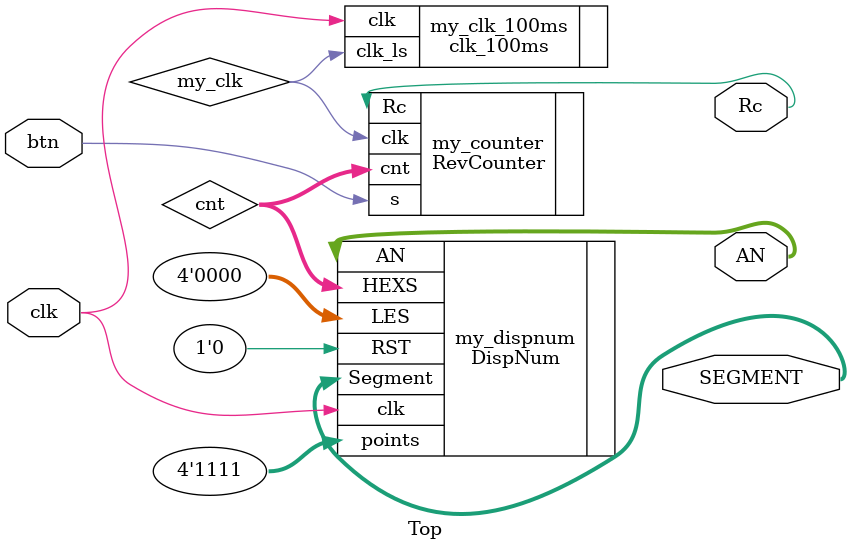
<source format=v>
`timescale 1ns / 1ps
module Top(
	input wire clk,
	input wire btn,
	output [3:0] AN,
	output [7:0] SEGMENT,
	output wire Rc
);
	wire my_clk;
	clk_100ms my_clk_100ms(
		.clk (clk),
		.clk_ls (my_clk)
	);
	
	wire [15:0] cnt;
	
	RevCounter my_counter(
		.clk (my_clk),
		.s (btn),
		.cnt (cnt),
		.Rc (Rc)
	);
	
	DispNum my_dispnum(
		.clk (clk),
		.RST (1'b0),
		.HEXS (cnt),
		.LES (4'b0000),
		.points (4'b1111),
		.AN (AN),
		.Segment (SEGMENT)
	);
endmodule






</source>
